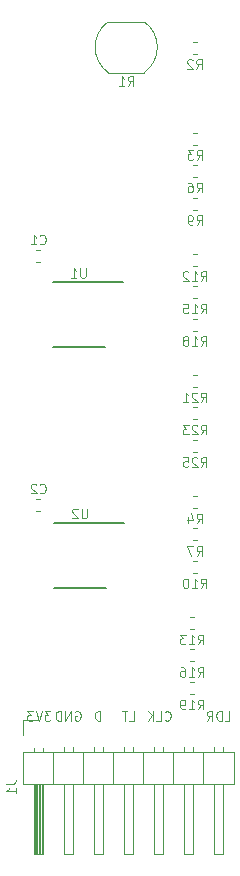
<source format=gbr>
G04 #@! TF.GenerationSoftware,KiCad,Pcbnew,5.0.2-bee76a0~70~ubuntu16.04.1*
G04 #@! TF.CreationDate,2020-01-15T21:00:25+00:00*
G04 #@! TF.ProjectId,receiver,72656365-6976-4657-922e-6b696361645f,rev?*
G04 #@! TF.SameCoordinates,Original*
G04 #@! TF.FileFunction,Legend,Bot*
G04 #@! TF.FilePolarity,Positive*
%FSLAX46Y46*%
G04 Gerber Fmt 4.6, Leading zero omitted, Abs format (unit mm)*
G04 Created by KiCad (PCBNEW 5.0.2-bee76a0~70~ubuntu16.04.1) date Wed 15 Jan 2020 21:00:25 GMT*
%MOMM*%
%LPD*%
G01*
G04 APERTURE LIST*
%ADD10C,0.100000*%
%ADD11C,0.120000*%
%ADD12C,0.150000*%
G04 APERTURE END LIST*
D10*
X157502380Y-113011904D02*
X157883333Y-113011904D01*
X157883333Y-112211904D01*
X157235714Y-113011904D02*
X157235714Y-112211904D01*
X157045238Y-112211904D01*
X156930952Y-112250000D01*
X156854761Y-112326190D01*
X156816666Y-112402380D01*
X156778571Y-112554761D01*
X156778571Y-112669047D01*
X156816666Y-112821428D01*
X156854761Y-112897619D01*
X156930952Y-112973809D01*
X157045238Y-113011904D01*
X157235714Y-113011904D01*
X155978571Y-113011904D02*
X156245238Y-112630952D01*
X156435714Y-113011904D02*
X156435714Y-112211904D01*
X156130952Y-112211904D01*
X156054761Y-112250000D01*
X156016666Y-112288095D01*
X155978571Y-112364285D01*
X155978571Y-112478571D01*
X156016666Y-112554761D01*
X156054761Y-112592857D01*
X156130952Y-112630952D01*
X156435714Y-112630952D01*
X152426190Y-112935714D02*
X152464285Y-112973809D01*
X152578571Y-113011904D01*
X152654761Y-113011904D01*
X152769047Y-112973809D01*
X152845238Y-112897619D01*
X152883333Y-112821428D01*
X152921428Y-112669047D01*
X152921428Y-112554761D01*
X152883333Y-112402380D01*
X152845238Y-112326190D01*
X152769047Y-112250000D01*
X152654761Y-112211904D01*
X152578571Y-112211904D01*
X152464285Y-112250000D01*
X152426190Y-112288095D01*
X151702380Y-113011904D02*
X152083333Y-113011904D01*
X152083333Y-112211904D01*
X151435714Y-113011904D02*
X151435714Y-112211904D01*
X150978571Y-113011904D02*
X151321428Y-112554761D01*
X150978571Y-112211904D02*
X151435714Y-112669047D01*
X149407142Y-113011904D02*
X149788095Y-113011904D01*
X149788095Y-112211904D01*
X149254761Y-112211904D02*
X148797619Y-112211904D01*
X149026190Y-113011904D02*
X149026190Y-112211904D01*
X146959523Y-113011904D02*
X146959523Y-112211904D01*
X146769047Y-112211904D01*
X146654761Y-112250000D01*
X146578571Y-112326190D01*
X146540476Y-112402380D01*
X146502380Y-112554761D01*
X146502380Y-112669047D01*
X146540476Y-112821428D01*
X146578571Y-112897619D01*
X146654761Y-112973809D01*
X146769047Y-113011904D01*
X146959523Y-113011904D01*
X144859523Y-112250000D02*
X144935714Y-112211904D01*
X145050000Y-112211904D01*
X145164285Y-112250000D01*
X145240476Y-112326190D01*
X145278571Y-112402380D01*
X145316666Y-112554761D01*
X145316666Y-112669047D01*
X145278571Y-112821428D01*
X145240476Y-112897619D01*
X145164285Y-112973809D01*
X145050000Y-113011904D01*
X144973809Y-113011904D01*
X144859523Y-112973809D01*
X144821428Y-112935714D01*
X144821428Y-112669047D01*
X144973809Y-112669047D01*
X144478571Y-113011904D02*
X144478571Y-112211904D01*
X144021428Y-113011904D01*
X144021428Y-112211904D01*
X143640476Y-113011904D02*
X143640476Y-112211904D01*
X143450000Y-112211904D01*
X143335714Y-112250000D01*
X143259523Y-112326190D01*
X143221428Y-112402380D01*
X143183333Y-112554761D01*
X143183333Y-112669047D01*
X143221428Y-112821428D01*
X143259523Y-112897619D01*
X143335714Y-112973809D01*
X143450000Y-113011904D01*
X143640476Y-113011904D01*
X142740476Y-112211904D02*
X142245238Y-112211904D01*
X142511904Y-112516666D01*
X142397619Y-112516666D01*
X142321428Y-112554761D01*
X142283333Y-112592857D01*
X142245238Y-112669047D01*
X142245238Y-112859523D01*
X142283333Y-112935714D01*
X142321428Y-112973809D01*
X142397619Y-113011904D01*
X142626190Y-113011904D01*
X142702380Y-112973809D01*
X142740476Y-112935714D01*
X142016666Y-112211904D02*
X141750000Y-113011904D01*
X141483333Y-112211904D01*
X141292857Y-112211904D02*
X140797619Y-112211904D01*
X141064285Y-112516666D01*
X140950000Y-112516666D01*
X140873809Y-112554761D01*
X140835714Y-112592857D01*
X140797619Y-112669047D01*
X140797619Y-112859523D01*
X140835714Y-112935714D01*
X140873809Y-112973809D01*
X140950000Y-113011904D01*
X141178571Y-113011904D01*
X141254761Y-112973809D01*
X141292857Y-112935714D01*
D11*
G04 #@! TO.C,R3*
X154808733Y-64260000D02*
X155151267Y-64260000D01*
X154808733Y-63240000D02*
X155151267Y-63240000D01*
G04 #@! TO.C,C1*
X141560733Y-73140000D02*
X141903267Y-73140000D01*
X141560733Y-74160000D02*
X141903267Y-74160000D01*
G04 #@! TO.C,C2*
X141560733Y-95252000D02*
X141903267Y-95252000D01*
X141560733Y-94232000D02*
X141903267Y-94232000D01*
G04 #@! TO.C,J1*
X140400000Y-115690000D02*
X158300000Y-115690000D01*
X158300000Y-115690000D02*
X158300000Y-118350000D01*
X158300000Y-118350000D02*
X140400000Y-118350000D01*
X140400000Y-118350000D02*
X140400000Y-115690000D01*
X141350000Y-118350000D02*
X141350000Y-124350000D01*
X141350000Y-124350000D02*
X142110000Y-124350000D01*
X142110000Y-124350000D02*
X142110000Y-118350000D01*
X141410000Y-118350000D02*
X141410000Y-124350000D01*
X141530000Y-118350000D02*
X141530000Y-124350000D01*
X141650000Y-118350000D02*
X141650000Y-124350000D01*
X141770000Y-118350000D02*
X141770000Y-124350000D01*
X141890000Y-118350000D02*
X141890000Y-124350000D01*
X142010000Y-118350000D02*
X142010000Y-124350000D01*
X141350000Y-115360000D02*
X141350000Y-115690000D01*
X142110000Y-115360000D02*
X142110000Y-115690000D01*
X143000000Y-115690000D02*
X143000000Y-118350000D01*
X143890000Y-118350000D02*
X143890000Y-124350000D01*
X143890000Y-124350000D02*
X144650000Y-124350000D01*
X144650000Y-124350000D02*
X144650000Y-118350000D01*
X143890000Y-115292929D02*
X143890000Y-115690000D01*
X144650000Y-115292929D02*
X144650000Y-115690000D01*
X145540000Y-115690000D02*
X145540000Y-118350000D01*
X146430000Y-118350000D02*
X146430000Y-124350000D01*
X146430000Y-124350000D02*
X147190000Y-124350000D01*
X147190000Y-124350000D02*
X147190000Y-118350000D01*
X146430000Y-115292929D02*
X146430000Y-115690000D01*
X147190000Y-115292929D02*
X147190000Y-115690000D01*
X148080000Y-115690000D02*
X148080000Y-118350000D01*
X148970000Y-118350000D02*
X148970000Y-124350000D01*
X148970000Y-124350000D02*
X149730000Y-124350000D01*
X149730000Y-124350000D02*
X149730000Y-118350000D01*
X148970000Y-115292929D02*
X148970000Y-115690000D01*
X149730000Y-115292929D02*
X149730000Y-115690000D01*
X150620000Y-115690000D02*
X150620000Y-118350000D01*
X151510000Y-118350000D02*
X151510000Y-124350000D01*
X151510000Y-124350000D02*
X152270000Y-124350000D01*
X152270000Y-124350000D02*
X152270000Y-118350000D01*
X151510000Y-115292929D02*
X151510000Y-115690000D01*
X152270000Y-115292929D02*
X152270000Y-115690000D01*
X153160000Y-115690000D02*
X153160000Y-118350000D01*
X154050000Y-118350000D02*
X154050000Y-124350000D01*
X154050000Y-124350000D02*
X154810000Y-124350000D01*
X154810000Y-124350000D02*
X154810000Y-118350000D01*
X154050000Y-115292929D02*
X154050000Y-115690000D01*
X154810000Y-115292929D02*
X154810000Y-115690000D01*
X155700000Y-115690000D02*
X155700000Y-118350000D01*
X156590000Y-118350000D02*
X156590000Y-124350000D01*
X156590000Y-124350000D02*
X157350000Y-124350000D01*
X157350000Y-124350000D02*
X157350000Y-118350000D01*
X156590000Y-115292929D02*
X156590000Y-115690000D01*
X157350000Y-115292929D02*
X157350000Y-115690000D01*
X141730000Y-112980000D02*
X140460000Y-112980000D01*
X140460000Y-112980000D02*
X140460000Y-114250000D01*
G04 #@! TO.C,R1*
X147630000Y-53850000D02*
X150680000Y-53850000D01*
X147630000Y-58150000D02*
X150680000Y-58150000D01*
X147651766Y-58165526D02*
G75*
G02X147630000Y-53850000I1528234J2165526D01*
G01*
X150724513Y-53881751D02*
G75*
G02X150680000Y-58150000I-1544513J-2118249D01*
G01*
G04 #@! TO.C,R2*
X154778733Y-55540000D02*
X155121267Y-55540000D01*
X154778733Y-56560000D02*
X155121267Y-56560000D01*
G04 #@! TO.C,R4*
X154808733Y-93990000D02*
X155151267Y-93990000D01*
X154808733Y-95010000D02*
X155151267Y-95010000D01*
G04 #@! TO.C,R6*
X154808733Y-65990000D02*
X155151267Y-65990000D01*
X154808733Y-67010000D02*
X155151267Y-67010000D01*
G04 #@! TO.C,R7*
X154808733Y-97760000D02*
X155151267Y-97760000D01*
X154808733Y-96740000D02*
X155151267Y-96740000D01*
G04 #@! TO.C,R9*
X154808733Y-69760000D02*
X155151267Y-69760000D01*
X154808733Y-68740000D02*
X155151267Y-68740000D01*
G04 #@! TO.C,R10*
X154808733Y-99490000D02*
X155151267Y-99490000D01*
X154808733Y-100510000D02*
X155151267Y-100510000D01*
G04 #@! TO.C,R12*
X154808733Y-74510000D02*
X155151267Y-74510000D01*
X154808733Y-73490000D02*
X155151267Y-73490000D01*
G04 #@! TO.C,R13*
X154558733Y-104240000D02*
X154901267Y-104240000D01*
X154558733Y-105260000D02*
X154901267Y-105260000D01*
G04 #@! TO.C,R15*
X154808733Y-76240000D02*
X155151267Y-76240000D01*
X154808733Y-77260000D02*
X155151267Y-77260000D01*
G04 #@! TO.C,R16*
X154558733Y-108010000D02*
X154901267Y-108010000D01*
X154558733Y-106990000D02*
X154901267Y-106990000D01*
G04 #@! TO.C,R18*
X154808733Y-80010000D02*
X155151267Y-80010000D01*
X154808733Y-78990000D02*
X155151267Y-78990000D01*
G04 #@! TO.C,R19*
X154558733Y-109740000D02*
X154901267Y-109740000D01*
X154558733Y-110760000D02*
X154901267Y-110760000D01*
G04 #@! TO.C,R21*
X154808733Y-84760000D02*
X155151267Y-84760000D01*
X154808733Y-83740000D02*
X155151267Y-83740000D01*
G04 #@! TO.C,R23*
X154808733Y-86490000D02*
X155151267Y-86490000D01*
X154808733Y-87510000D02*
X155151267Y-87510000D01*
G04 #@! TO.C,R25*
X154808733Y-90260000D02*
X155151267Y-90260000D01*
X154808733Y-89240000D02*
X155151267Y-89240000D01*
D12*
G04 #@! TO.C,U1*
X147330000Y-81425000D02*
X142930000Y-81425000D01*
X148905000Y-75900000D02*
X142930000Y-75900000D01*
G04 #@! TO.C,U2*
X149005000Y-96250000D02*
X143030000Y-96250000D01*
X147430000Y-101775000D02*
X143030000Y-101775000D01*
G04 #@! TO.C,R3*
D11*
X155113333Y-65541904D02*
X155380000Y-65160952D01*
X155570476Y-65541904D02*
X155570476Y-64741904D01*
X155265714Y-64741904D01*
X155189523Y-64780000D01*
X155151428Y-64818095D01*
X155113333Y-64894285D01*
X155113333Y-65008571D01*
X155151428Y-65084761D01*
X155189523Y-65122857D01*
X155265714Y-65160952D01*
X155570476Y-65160952D01*
X154846666Y-64741904D02*
X154351428Y-64741904D01*
X154618095Y-65046666D01*
X154503809Y-65046666D01*
X154427619Y-65084761D01*
X154389523Y-65122857D01*
X154351428Y-65199047D01*
X154351428Y-65389523D01*
X154389523Y-65465714D01*
X154427619Y-65503809D01*
X154503809Y-65541904D01*
X154732380Y-65541904D01*
X154808571Y-65503809D01*
X154846666Y-65465714D01*
G04 #@! TO.C,C1*
X141863333Y-72625714D02*
X141901428Y-72663809D01*
X142015714Y-72701904D01*
X142091904Y-72701904D01*
X142206190Y-72663809D01*
X142282380Y-72587619D01*
X142320476Y-72511428D01*
X142358571Y-72359047D01*
X142358571Y-72244761D01*
X142320476Y-72092380D01*
X142282380Y-72016190D01*
X142206190Y-71940000D01*
X142091904Y-71901904D01*
X142015714Y-71901904D01*
X141901428Y-71940000D01*
X141863333Y-71978095D01*
X141101428Y-72701904D02*
X141558571Y-72701904D01*
X141330000Y-72701904D02*
X141330000Y-71901904D01*
X141406190Y-72016190D01*
X141482380Y-72092380D01*
X141558571Y-72130476D01*
G04 #@! TO.C,C2*
X141863333Y-93707714D02*
X141901428Y-93745809D01*
X142015714Y-93783904D01*
X142091904Y-93783904D01*
X142206190Y-93745809D01*
X142282380Y-93669619D01*
X142320476Y-93593428D01*
X142358571Y-93441047D01*
X142358571Y-93326761D01*
X142320476Y-93174380D01*
X142282380Y-93098190D01*
X142206190Y-93022000D01*
X142091904Y-92983904D01*
X142015714Y-92983904D01*
X141901428Y-93022000D01*
X141863333Y-93060095D01*
X141558571Y-93060095D02*
X141520476Y-93022000D01*
X141444285Y-92983904D01*
X141253809Y-92983904D01*
X141177619Y-93022000D01*
X141139523Y-93060095D01*
X141101428Y-93136285D01*
X141101428Y-93212476D01*
X141139523Y-93326761D01*
X141596666Y-93783904D01*
X141101428Y-93783904D01*
G04 #@! TO.C,J1*
X139021904Y-118368333D02*
X139593333Y-118368333D01*
X139707619Y-118330238D01*
X139783809Y-118254047D01*
X139821904Y-118139761D01*
X139821904Y-118063571D01*
X139821904Y-119168333D02*
X139821904Y-118711190D01*
X139821904Y-118939761D02*
X139021904Y-118939761D01*
X139136190Y-118863571D01*
X139212380Y-118787380D01*
X139250476Y-118711190D01*
G04 #@! TO.C,R1*
X149313333Y-59261904D02*
X149580000Y-58880952D01*
X149770476Y-59261904D02*
X149770476Y-58461904D01*
X149465714Y-58461904D01*
X149389523Y-58500000D01*
X149351428Y-58538095D01*
X149313333Y-58614285D01*
X149313333Y-58728571D01*
X149351428Y-58804761D01*
X149389523Y-58842857D01*
X149465714Y-58880952D01*
X149770476Y-58880952D01*
X148551428Y-59261904D02*
X149008571Y-59261904D01*
X148780000Y-59261904D02*
X148780000Y-58461904D01*
X148856190Y-58576190D01*
X148932380Y-58652380D01*
X149008571Y-58690476D01*
G04 #@! TO.C,R2*
X155083333Y-57841904D02*
X155350000Y-57460952D01*
X155540476Y-57841904D02*
X155540476Y-57041904D01*
X155235714Y-57041904D01*
X155159523Y-57080000D01*
X155121428Y-57118095D01*
X155083333Y-57194285D01*
X155083333Y-57308571D01*
X155121428Y-57384761D01*
X155159523Y-57422857D01*
X155235714Y-57460952D01*
X155540476Y-57460952D01*
X154778571Y-57118095D02*
X154740476Y-57080000D01*
X154664285Y-57041904D01*
X154473809Y-57041904D01*
X154397619Y-57080000D01*
X154359523Y-57118095D01*
X154321428Y-57194285D01*
X154321428Y-57270476D01*
X154359523Y-57384761D01*
X154816666Y-57841904D01*
X154321428Y-57841904D01*
G04 #@! TO.C,R4*
X155113333Y-96291904D02*
X155380000Y-95910952D01*
X155570476Y-96291904D02*
X155570476Y-95491904D01*
X155265714Y-95491904D01*
X155189523Y-95530000D01*
X155151428Y-95568095D01*
X155113333Y-95644285D01*
X155113333Y-95758571D01*
X155151428Y-95834761D01*
X155189523Y-95872857D01*
X155265714Y-95910952D01*
X155570476Y-95910952D01*
X154427619Y-95758571D02*
X154427619Y-96291904D01*
X154618095Y-95453809D02*
X154808571Y-96025238D01*
X154313333Y-96025238D01*
G04 #@! TO.C,R6*
X155113333Y-68291904D02*
X155380000Y-67910952D01*
X155570476Y-68291904D02*
X155570476Y-67491904D01*
X155265714Y-67491904D01*
X155189523Y-67530000D01*
X155151428Y-67568095D01*
X155113333Y-67644285D01*
X155113333Y-67758571D01*
X155151428Y-67834761D01*
X155189523Y-67872857D01*
X155265714Y-67910952D01*
X155570476Y-67910952D01*
X154427619Y-67491904D02*
X154580000Y-67491904D01*
X154656190Y-67530000D01*
X154694285Y-67568095D01*
X154770476Y-67682380D01*
X154808571Y-67834761D01*
X154808571Y-68139523D01*
X154770476Y-68215714D01*
X154732380Y-68253809D01*
X154656190Y-68291904D01*
X154503809Y-68291904D01*
X154427619Y-68253809D01*
X154389523Y-68215714D01*
X154351428Y-68139523D01*
X154351428Y-67949047D01*
X154389523Y-67872857D01*
X154427619Y-67834761D01*
X154503809Y-67796666D01*
X154656190Y-67796666D01*
X154732380Y-67834761D01*
X154770476Y-67872857D01*
X154808571Y-67949047D01*
G04 #@! TO.C,R7*
X155113333Y-99041904D02*
X155380000Y-98660952D01*
X155570476Y-99041904D02*
X155570476Y-98241904D01*
X155265714Y-98241904D01*
X155189523Y-98280000D01*
X155151428Y-98318095D01*
X155113333Y-98394285D01*
X155113333Y-98508571D01*
X155151428Y-98584761D01*
X155189523Y-98622857D01*
X155265714Y-98660952D01*
X155570476Y-98660952D01*
X154846666Y-98241904D02*
X154313333Y-98241904D01*
X154656190Y-99041904D01*
G04 #@! TO.C,R9*
X155113333Y-71041904D02*
X155380000Y-70660952D01*
X155570476Y-71041904D02*
X155570476Y-70241904D01*
X155265714Y-70241904D01*
X155189523Y-70280000D01*
X155151428Y-70318095D01*
X155113333Y-70394285D01*
X155113333Y-70508571D01*
X155151428Y-70584761D01*
X155189523Y-70622857D01*
X155265714Y-70660952D01*
X155570476Y-70660952D01*
X154732380Y-71041904D02*
X154580000Y-71041904D01*
X154503809Y-71003809D01*
X154465714Y-70965714D01*
X154389523Y-70851428D01*
X154351428Y-70699047D01*
X154351428Y-70394285D01*
X154389523Y-70318095D01*
X154427619Y-70280000D01*
X154503809Y-70241904D01*
X154656190Y-70241904D01*
X154732380Y-70280000D01*
X154770476Y-70318095D01*
X154808571Y-70394285D01*
X154808571Y-70584761D01*
X154770476Y-70660952D01*
X154732380Y-70699047D01*
X154656190Y-70737142D01*
X154503809Y-70737142D01*
X154427619Y-70699047D01*
X154389523Y-70660952D01*
X154351428Y-70584761D01*
G04 #@! TO.C,R10*
X155494285Y-101791904D02*
X155760952Y-101410952D01*
X155951428Y-101791904D02*
X155951428Y-100991904D01*
X155646666Y-100991904D01*
X155570476Y-101030000D01*
X155532380Y-101068095D01*
X155494285Y-101144285D01*
X155494285Y-101258571D01*
X155532380Y-101334761D01*
X155570476Y-101372857D01*
X155646666Y-101410952D01*
X155951428Y-101410952D01*
X154732380Y-101791904D02*
X155189523Y-101791904D01*
X154960952Y-101791904D02*
X154960952Y-100991904D01*
X155037142Y-101106190D01*
X155113333Y-101182380D01*
X155189523Y-101220476D01*
X154237142Y-100991904D02*
X154160952Y-100991904D01*
X154084761Y-101030000D01*
X154046666Y-101068095D01*
X154008571Y-101144285D01*
X153970476Y-101296666D01*
X153970476Y-101487142D01*
X154008571Y-101639523D01*
X154046666Y-101715714D01*
X154084761Y-101753809D01*
X154160952Y-101791904D01*
X154237142Y-101791904D01*
X154313333Y-101753809D01*
X154351428Y-101715714D01*
X154389523Y-101639523D01*
X154427619Y-101487142D01*
X154427619Y-101296666D01*
X154389523Y-101144285D01*
X154351428Y-101068095D01*
X154313333Y-101030000D01*
X154237142Y-100991904D01*
G04 #@! TO.C,R12*
X155494285Y-75791904D02*
X155760952Y-75410952D01*
X155951428Y-75791904D02*
X155951428Y-74991904D01*
X155646666Y-74991904D01*
X155570476Y-75030000D01*
X155532380Y-75068095D01*
X155494285Y-75144285D01*
X155494285Y-75258571D01*
X155532380Y-75334761D01*
X155570476Y-75372857D01*
X155646666Y-75410952D01*
X155951428Y-75410952D01*
X154732380Y-75791904D02*
X155189523Y-75791904D01*
X154960952Y-75791904D02*
X154960952Y-74991904D01*
X155037142Y-75106190D01*
X155113333Y-75182380D01*
X155189523Y-75220476D01*
X154427619Y-75068095D02*
X154389523Y-75030000D01*
X154313333Y-74991904D01*
X154122857Y-74991904D01*
X154046666Y-75030000D01*
X154008571Y-75068095D01*
X153970476Y-75144285D01*
X153970476Y-75220476D01*
X154008571Y-75334761D01*
X154465714Y-75791904D01*
X153970476Y-75791904D01*
G04 #@! TO.C,R13*
X155244285Y-106541904D02*
X155510952Y-106160952D01*
X155701428Y-106541904D02*
X155701428Y-105741904D01*
X155396666Y-105741904D01*
X155320476Y-105780000D01*
X155282380Y-105818095D01*
X155244285Y-105894285D01*
X155244285Y-106008571D01*
X155282380Y-106084761D01*
X155320476Y-106122857D01*
X155396666Y-106160952D01*
X155701428Y-106160952D01*
X154482380Y-106541904D02*
X154939523Y-106541904D01*
X154710952Y-106541904D02*
X154710952Y-105741904D01*
X154787142Y-105856190D01*
X154863333Y-105932380D01*
X154939523Y-105970476D01*
X154215714Y-105741904D02*
X153720476Y-105741904D01*
X153987142Y-106046666D01*
X153872857Y-106046666D01*
X153796666Y-106084761D01*
X153758571Y-106122857D01*
X153720476Y-106199047D01*
X153720476Y-106389523D01*
X153758571Y-106465714D01*
X153796666Y-106503809D01*
X153872857Y-106541904D01*
X154101428Y-106541904D01*
X154177619Y-106503809D01*
X154215714Y-106465714D01*
G04 #@! TO.C,R15*
X155494285Y-78541904D02*
X155760952Y-78160952D01*
X155951428Y-78541904D02*
X155951428Y-77741904D01*
X155646666Y-77741904D01*
X155570476Y-77780000D01*
X155532380Y-77818095D01*
X155494285Y-77894285D01*
X155494285Y-78008571D01*
X155532380Y-78084761D01*
X155570476Y-78122857D01*
X155646666Y-78160952D01*
X155951428Y-78160952D01*
X154732380Y-78541904D02*
X155189523Y-78541904D01*
X154960952Y-78541904D02*
X154960952Y-77741904D01*
X155037142Y-77856190D01*
X155113333Y-77932380D01*
X155189523Y-77970476D01*
X154008571Y-77741904D02*
X154389523Y-77741904D01*
X154427619Y-78122857D01*
X154389523Y-78084761D01*
X154313333Y-78046666D01*
X154122857Y-78046666D01*
X154046666Y-78084761D01*
X154008571Y-78122857D01*
X153970476Y-78199047D01*
X153970476Y-78389523D01*
X154008571Y-78465714D01*
X154046666Y-78503809D01*
X154122857Y-78541904D01*
X154313333Y-78541904D01*
X154389523Y-78503809D01*
X154427619Y-78465714D01*
G04 #@! TO.C,R16*
X155244285Y-109291904D02*
X155510952Y-108910952D01*
X155701428Y-109291904D02*
X155701428Y-108491904D01*
X155396666Y-108491904D01*
X155320476Y-108530000D01*
X155282380Y-108568095D01*
X155244285Y-108644285D01*
X155244285Y-108758571D01*
X155282380Y-108834761D01*
X155320476Y-108872857D01*
X155396666Y-108910952D01*
X155701428Y-108910952D01*
X154482380Y-109291904D02*
X154939523Y-109291904D01*
X154710952Y-109291904D02*
X154710952Y-108491904D01*
X154787142Y-108606190D01*
X154863333Y-108682380D01*
X154939523Y-108720476D01*
X153796666Y-108491904D02*
X153949047Y-108491904D01*
X154025238Y-108530000D01*
X154063333Y-108568095D01*
X154139523Y-108682380D01*
X154177619Y-108834761D01*
X154177619Y-109139523D01*
X154139523Y-109215714D01*
X154101428Y-109253809D01*
X154025238Y-109291904D01*
X153872857Y-109291904D01*
X153796666Y-109253809D01*
X153758571Y-109215714D01*
X153720476Y-109139523D01*
X153720476Y-108949047D01*
X153758571Y-108872857D01*
X153796666Y-108834761D01*
X153872857Y-108796666D01*
X154025238Y-108796666D01*
X154101428Y-108834761D01*
X154139523Y-108872857D01*
X154177619Y-108949047D01*
G04 #@! TO.C,R18*
X155494285Y-81291904D02*
X155760952Y-80910952D01*
X155951428Y-81291904D02*
X155951428Y-80491904D01*
X155646666Y-80491904D01*
X155570476Y-80530000D01*
X155532380Y-80568095D01*
X155494285Y-80644285D01*
X155494285Y-80758571D01*
X155532380Y-80834761D01*
X155570476Y-80872857D01*
X155646666Y-80910952D01*
X155951428Y-80910952D01*
X154732380Y-81291904D02*
X155189523Y-81291904D01*
X154960952Y-81291904D02*
X154960952Y-80491904D01*
X155037142Y-80606190D01*
X155113333Y-80682380D01*
X155189523Y-80720476D01*
X154275238Y-80834761D02*
X154351428Y-80796666D01*
X154389523Y-80758571D01*
X154427619Y-80682380D01*
X154427619Y-80644285D01*
X154389523Y-80568095D01*
X154351428Y-80530000D01*
X154275238Y-80491904D01*
X154122857Y-80491904D01*
X154046666Y-80530000D01*
X154008571Y-80568095D01*
X153970476Y-80644285D01*
X153970476Y-80682380D01*
X154008571Y-80758571D01*
X154046666Y-80796666D01*
X154122857Y-80834761D01*
X154275238Y-80834761D01*
X154351428Y-80872857D01*
X154389523Y-80910952D01*
X154427619Y-80987142D01*
X154427619Y-81139523D01*
X154389523Y-81215714D01*
X154351428Y-81253809D01*
X154275238Y-81291904D01*
X154122857Y-81291904D01*
X154046666Y-81253809D01*
X154008571Y-81215714D01*
X153970476Y-81139523D01*
X153970476Y-80987142D01*
X154008571Y-80910952D01*
X154046666Y-80872857D01*
X154122857Y-80834761D01*
G04 #@! TO.C,R19*
X155244285Y-112041904D02*
X155510952Y-111660952D01*
X155701428Y-112041904D02*
X155701428Y-111241904D01*
X155396666Y-111241904D01*
X155320476Y-111280000D01*
X155282380Y-111318095D01*
X155244285Y-111394285D01*
X155244285Y-111508571D01*
X155282380Y-111584761D01*
X155320476Y-111622857D01*
X155396666Y-111660952D01*
X155701428Y-111660952D01*
X154482380Y-112041904D02*
X154939523Y-112041904D01*
X154710952Y-112041904D02*
X154710952Y-111241904D01*
X154787142Y-111356190D01*
X154863333Y-111432380D01*
X154939523Y-111470476D01*
X154101428Y-112041904D02*
X153949047Y-112041904D01*
X153872857Y-112003809D01*
X153834761Y-111965714D01*
X153758571Y-111851428D01*
X153720476Y-111699047D01*
X153720476Y-111394285D01*
X153758571Y-111318095D01*
X153796666Y-111280000D01*
X153872857Y-111241904D01*
X154025238Y-111241904D01*
X154101428Y-111280000D01*
X154139523Y-111318095D01*
X154177619Y-111394285D01*
X154177619Y-111584761D01*
X154139523Y-111660952D01*
X154101428Y-111699047D01*
X154025238Y-111737142D01*
X153872857Y-111737142D01*
X153796666Y-111699047D01*
X153758571Y-111660952D01*
X153720476Y-111584761D01*
G04 #@! TO.C,R21*
X155494285Y-86041904D02*
X155760952Y-85660952D01*
X155951428Y-86041904D02*
X155951428Y-85241904D01*
X155646666Y-85241904D01*
X155570476Y-85280000D01*
X155532380Y-85318095D01*
X155494285Y-85394285D01*
X155494285Y-85508571D01*
X155532380Y-85584761D01*
X155570476Y-85622857D01*
X155646666Y-85660952D01*
X155951428Y-85660952D01*
X155189523Y-85318095D02*
X155151428Y-85280000D01*
X155075238Y-85241904D01*
X154884761Y-85241904D01*
X154808571Y-85280000D01*
X154770476Y-85318095D01*
X154732380Y-85394285D01*
X154732380Y-85470476D01*
X154770476Y-85584761D01*
X155227619Y-86041904D01*
X154732380Y-86041904D01*
X153970476Y-86041904D02*
X154427619Y-86041904D01*
X154199047Y-86041904D02*
X154199047Y-85241904D01*
X154275238Y-85356190D01*
X154351428Y-85432380D01*
X154427619Y-85470476D01*
G04 #@! TO.C,R23*
X155494285Y-88791904D02*
X155760952Y-88410952D01*
X155951428Y-88791904D02*
X155951428Y-87991904D01*
X155646666Y-87991904D01*
X155570476Y-88030000D01*
X155532380Y-88068095D01*
X155494285Y-88144285D01*
X155494285Y-88258571D01*
X155532380Y-88334761D01*
X155570476Y-88372857D01*
X155646666Y-88410952D01*
X155951428Y-88410952D01*
X155189523Y-88068095D02*
X155151428Y-88030000D01*
X155075238Y-87991904D01*
X154884761Y-87991904D01*
X154808571Y-88030000D01*
X154770476Y-88068095D01*
X154732380Y-88144285D01*
X154732380Y-88220476D01*
X154770476Y-88334761D01*
X155227619Y-88791904D01*
X154732380Y-88791904D01*
X154465714Y-87991904D02*
X153970476Y-87991904D01*
X154237142Y-88296666D01*
X154122857Y-88296666D01*
X154046666Y-88334761D01*
X154008571Y-88372857D01*
X153970476Y-88449047D01*
X153970476Y-88639523D01*
X154008571Y-88715714D01*
X154046666Y-88753809D01*
X154122857Y-88791904D01*
X154351428Y-88791904D01*
X154427619Y-88753809D01*
X154465714Y-88715714D01*
G04 #@! TO.C,R25*
X155494285Y-91541904D02*
X155760952Y-91160952D01*
X155951428Y-91541904D02*
X155951428Y-90741904D01*
X155646666Y-90741904D01*
X155570476Y-90780000D01*
X155532380Y-90818095D01*
X155494285Y-90894285D01*
X155494285Y-91008571D01*
X155532380Y-91084761D01*
X155570476Y-91122857D01*
X155646666Y-91160952D01*
X155951428Y-91160952D01*
X155189523Y-90818095D02*
X155151428Y-90780000D01*
X155075238Y-90741904D01*
X154884761Y-90741904D01*
X154808571Y-90780000D01*
X154770476Y-90818095D01*
X154732380Y-90894285D01*
X154732380Y-90970476D01*
X154770476Y-91084761D01*
X155227619Y-91541904D01*
X154732380Y-91541904D01*
X154008571Y-90741904D02*
X154389523Y-90741904D01*
X154427619Y-91122857D01*
X154389523Y-91084761D01*
X154313333Y-91046666D01*
X154122857Y-91046666D01*
X154046666Y-91084761D01*
X154008571Y-91122857D01*
X153970476Y-91199047D01*
X153970476Y-91389523D01*
X154008571Y-91465714D01*
X154046666Y-91503809D01*
X154122857Y-91541904D01*
X154313333Y-91541904D01*
X154389523Y-91503809D01*
X154427619Y-91465714D01*
G04 #@! TO.C,U1*
X145739523Y-74711904D02*
X145739523Y-75359523D01*
X145701428Y-75435714D01*
X145663333Y-75473809D01*
X145587142Y-75511904D01*
X145434761Y-75511904D01*
X145358571Y-75473809D01*
X145320476Y-75435714D01*
X145282380Y-75359523D01*
X145282380Y-74711904D01*
X144482380Y-75511904D02*
X144939523Y-75511904D01*
X144710952Y-75511904D02*
X144710952Y-74711904D01*
X144787142Y-74826190D01*
X144863333Y-74902380D01*
X144939523Y-74940476D01*
G04 #@! TO.C,U2*
X145839523Y-95061904D02*
X145839523Y-95709523D01*
X145801428Y-95785714D01*
X145763333Y-95823809D01*
X145687142Y-95861904D01*
X145534761Y-95861904D01*
X145458571Y-95823809D01*
X145420476Y-95785714D01*
X145382380Y-95709523D01*
X145382380Y-95061904D01*
X145039523Y-95138095D02*
X145001428Y-95100000D01*
X144925238Y-95061904D01*
X144734761Y-95061904D01*
X144658571Y-95100000D01*
X144620476Y-95138095D01*
X144582380Y-95214285D01*
X144582380Y-95290476D01*
X144620476Y-95404761D01*
X145077619Y-95861904D01*
X144582380Y-95861904D01*
G04 #@! TD*
M02*

</source>
